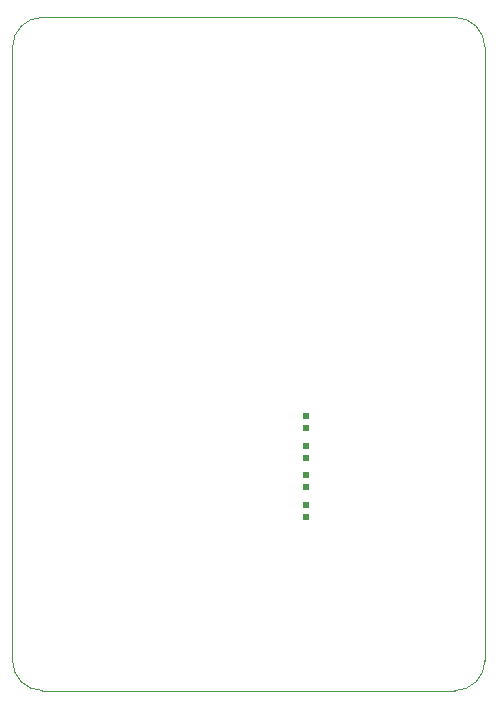
<source format=gtp>
G04 Layer_Color=8421504*
%FSLAX44Y44*%
%MOMM*%
G71*
G01*
G75*
%ADD10R,0.6000X0.5000*%
%ADD14C,0.1000*%
D10*
X248500Y157210D02*
D03*
Y147210D02*
D03*
Y207210D02*
D03*
Y197210D02*
D03*
Y182210D02*
D03*
Y172210D02*
D03*
Y232210D02*
D03*
Y222210D02*
D03*
D14*
X400000Y544600D02*
G03*
X374600Y570000I-25400J0D01*
G01*
X25400D02*
G03*
X0Y544600I0J-25400D01*
G01*
X374600Y0D02*
G03*
X400000Y25400I0J25400D01*
G01*
X0D02*
G03*
X25400Y0I25400J0D01*
G01*
X25600Y570000D02*
X374600D01*
X400000Y25400D02*
Y544600D01*
X25400Y0D02*
X374600D01*
X0Y25400D02*
Y544600D01*
M02*

</source>
